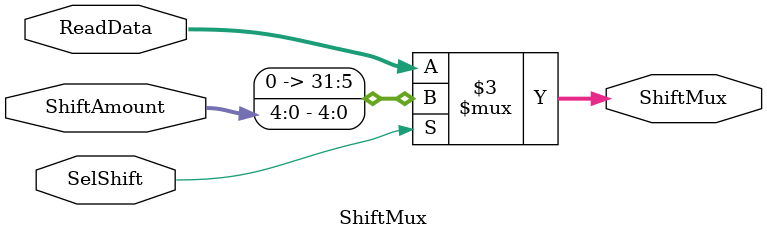
<source format=v>
`timescale 1ns / 1ps
module ShiftMux(ReadData, ShiftAmount, SelShift, ShiftMux);
	input [31:0] ReadData;
	input [4:0] ShiftAmount;
	input SelShift;
	
	output reg[31:0] ShiftMux;
	
	always@(ReadData, ShiftAmount, SelShift)begin
		if(SelShift) begin
			ShiftMux <= {27'b0, ShiftAmount};
		end
		else begin
			ShiftMux <= ReadData;
		end
	end

endmodule

</source>
